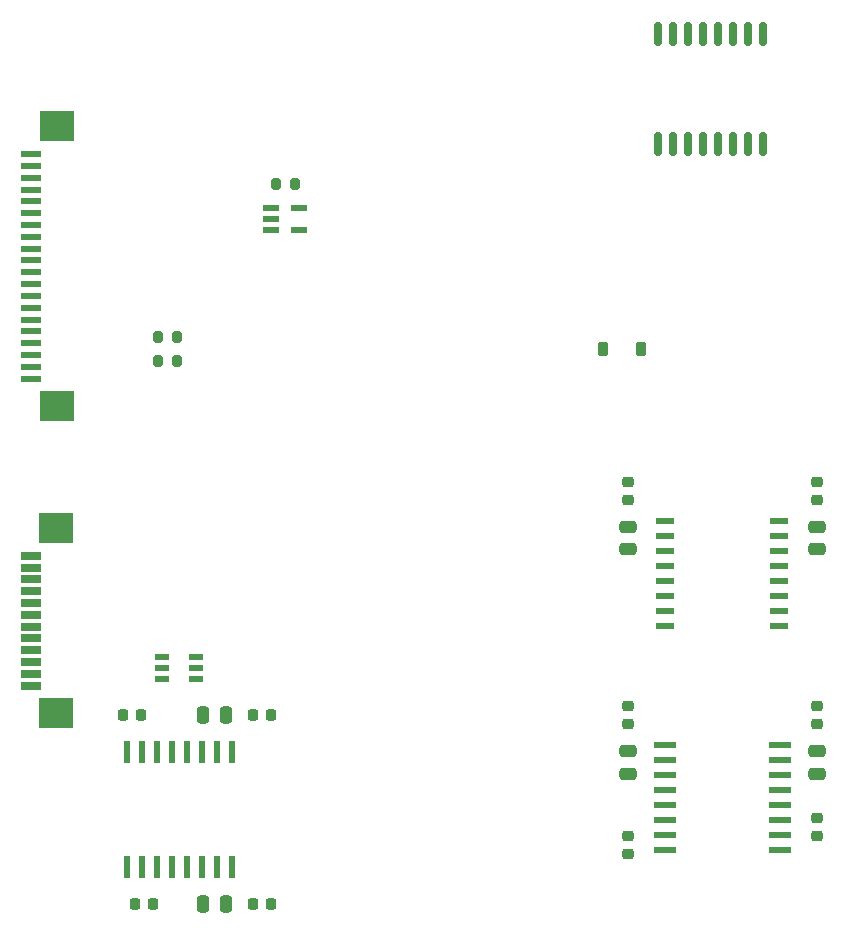
<source format=gbr>
%TF.GenerationSoftware,KiCad,Pcbnew,9.0.5*%
%TF.CreationDate,2025-10-31T11:51:33+03:00*%
%TF.ProjectId,PMCPU-LLP,504d4350-552d-44c4-9c50-2e6b69636164,rev?*%
%TF.SameCoordinates,Original*%
%TF.FileFunction,Paste,Top*%
%TF.FilePolarity,Positive*%
%FSLAX46Y46*%
G04 Gerber Fmt 4.6, Leading zero omitted, Abs format (unit mm)*
G04 Created by KiCad (PCBNEW 9.0.5) date 2025-10-31 11:51:33*
%MOMM*%
%LPD*%
G01*
G04 APERTURE LIST*
G04 Aperture macros list*
%AMRoundRect*
0 Rectangle with rounded corners*
0 $1 Rounding radius*
0 $2 $3 $4 $5 $6 $7 $8 $9 X,Y pos of 4 corners*
0 Add a 4 corners polygon primitive as box body*
4,1,4,$2,$3,$4,$5,$6,$7,$8,$9,$2,$3,0*
0 Add four circle primitives for the rounded corners*
1,1,$1+$1,$2,$3*
1,1,$1+$1,$4,$5*
1,1,$1+$1,$6,$7*
1,1,$1+$1,$8,$9*
0 Add four rect primitives between the rounded corners*
20,1,$1+$1,$2,$3,$4,$5,0*
20,1,$1+$1,$4,$5,$6,$7,0*
20,1,$1+$1,$6,$7,$8,$9,0*
20,1,$1+$1,$8,$9,$2,$3,0*%
G04 Aperture macros list end*
%ADD10RoundRect,0.225000X0.225000X0.375000X-0.225000X0.375000X-0.225000X-0.375000X0.225000X-0.375000X0*%
%ADD11R,1.181100X0.558800*%
%ADD12RoundRect,0.200000X0.200000X0.275000X-0.200000X0.275000X-0.200000X-0.275000X0.200000X-0.275000X0*%
%ADD13RoundRect,0.250000X-0.475000X0.250000X-0.475000X-0.250000X0.475000X-0.250000X0.475000X0.250000X0*%
%ADD14RoundRect,0.225000X-0.250000X0.225000X-0.250000X-0.225000X0.250000X-0.225000X0.250000X0.225000X0*%
%ADD15RoundRect,0.225000X0.250000X-0.225000X0.250000X0.225000X-0.250000X0.225000X-0.250000X-0.225000X0*%
%ADD16RoundRect,0.250000X0.250000X0.475000X-0.250000X0.475000X-0.250000X-0.475000X0.250000X-0.475000X0*%
%ADD17RoundRect,0.225000X0.225000X0.250000X-0.225000X0.250000X-0.225000X-0.250000X0.225000X-0.250000X0*%
%ADD18R,1.854200X0.482600*%
%ADD19R,1.320800X0.558800*%
%ADD20R,1.803400X0.635000*%
%ADD21R,2.997200X2.590800*%
%ADD22R,1.800000X0.600000*%
%ADD23R,3.000000X2.600000*%
%ADD24RoundRect,0.225000X-0.225000X-0.250000X0.225000X-0.250000X0.225000X0.250000X-0.225000X0.250000X0*%
%ADD25R,1.549400X0.482600*%
%ADD26RoundRect,0.150000X0.150000X-0.875000X0.150000X0.875000X-0.150000X0.875000X-0.150000X-0.875000X0*%
%ADD27R,0.482600X1.854200*%
G04 APERTURE END LIST*
D10*
%TO.C,D1*%
X15150000Y13000000D03*
X11850000Y13000000D03*
%TD*%
D11*
%TO.C,U7*%
X-22533150Y-14950001D03*
X-22533150Y-14000000D03*
X-22533150Y-13049999D03*
X-25466850Y-13049999D03*
X-25466850Y-14000000D03*
X-25466850Y-14950001D03*
%TD*%
D12*
%TO.C,R10*%
X-24175000Y14000000D03*
X-25825000Y14000000D03*
%TD*%
D13*
%TO.C,C4*%
X30000000Y-21050000D03*
X30000000Y-22950000D03*
%TD*%
D14*
%TO.C,C8*%
X30000000Y-26705000D03*
X30000000Y-28255000D03*
%TD*%
D15*
%TO.C,C7*%
X30000000Y-18775000D03*
X30000000Y-17225000D03*
%TD*%
D14*
%TO.C,C15*%
X14000000Y-28225000D03*
X14000000Y-29775000D03*
%TD*%
D16*
%TO.C,C6*%
X-20050000Y-34000000D03*
X-21950000Y-34000000D03*
%TD*%
D13*
%TO.C,C13*%
X14000000Y-21050000D03*
X14000000Y-22950000D03*
%TD*%
D16*
%TO.C,C5*%
X-20050000Y-18000000D03*
X-21950000Y-18000000D03*
%TD*%
D17*
%TO.C,C3*%
X-27225000Y-18000000D03*
X-28775000Y-18000000D03*
%TD*%
D12*
%TO.C,R9*%
X-24175000Y12000000D03*
X-25825000Y12000000D03*
%TD*%
D18*
%TO.C,U5*%
X17123200Y-20555000D03*
X17123200Y-21825000D03*
X17123200Y-23095000D03*
X17123200Y-24365000D03*
X17123200Y-25635000D03*
X17123200Y-26905000D03*
X17123200Y-28175000D03*
X17123200Y-29445000D03*
X26876800Y-29445000D03*
X26876800Y-28175000D03*
X26876800Y-26905000D03*
X26876800Y-25635000D03*
X26876800Y-24365000D03*
X26876800Y-23095000D03*
X26876800Y-21825000D03*
X26876800Y-20555000D03*
%TD*%
D17*
%TO.C,C9*%
X-26225000Y-34000000D03*
X-27775000Y-34000000D03*
%TD*%
D19*
%TO.C,CR1*%
X-16193800Y24950001D03*
X-16193800Y24000000D03*
X-16193800Y23049999D03*
X-13806200Y23049999D03*
X-13806200Y24950001D03*
%TD*%
D20*
%TO.C,J7*%
X-36556000Y-15499992D03*
X-36556000Y-14499994D03*
X-36556000Y-13499996D03*
X-36556000Y-12499998D03*
X-36556000Y-11500000D03*
X-36556000Y-10500000D03*
X-36556000Y-9500000D03*
X-36556000Y-8500000D03*
X-36556000Y-7500002D03*
X-36556000Y-6500004D03*
X-36556000Y-5500006D03*
X-36556000Y-4500008D03*
D21*
X-34385999Y-17850003D03*
X-34385999Y-2149997D03*
%TD*%
D22*
%TO.C,JM1*%
X-36546000Y10500000D03*
X-36546000Y11500000D03*
X-36546000Y12500000D03*
X-36546000Y13500000D03*
X-36546000Y14500000D03*
X-36546000Y15500000D03*
X-36546000Y16500000D03*
X-36546000Y17500000D03*
X-36546000Y18500000D03*
X-36546000Y19500000D03*
X-36546000Y20500000D03*
X-36546000Y21500000D03*
X-36546000Y22500000D03*
X-36546000Y23500000D03*
X-36546000Y24500000D03*
X-36546000Y25500000D03*
X-36546000Y26500000D03*
X-36546000Y27500000D03*
X-36546000Y28500000D03*
X-36546000Y29500000D03*
D23*
X-34375000Y8150000D03*
X-34375000Y31850000D03*
%TD*%
D24*
%TO.C,C2*%
X-17775000Y-18000000D03*
X-16225000Y-18000000D03*
%TD*%
D13*
%TO.C,C19*%
X14000000Y-2050000D03*
X14000000Y-3950000D03*
%TD*%
D12*
%TO.C,R11*%
X-14175000Y27000000D03*
X-15825000Y27000000D03*
%TD*%
D13*
%TO.C,C17*%
X30000000Y-2050000D03*
X30000000Y-3950000D03*
%TD*%
D15*
%TO.C,C18*%
X14000000Y225000D03*
X14000000Y1775000D03*
%TD*%
D25*
%TO.C,U8*%
X17174000Y-1555000D03*
X17174000Y-2825000D03*
X17174000Y-4095000D03*
X17174000Y-5365000D03*
X17174000Y-6635000D03*
X17174000Y-7905000D03*
X17174000Y-9175000D03*
X17174000Y-10445000D03*
X26826000Y-10445000D03*
X26826000Y-9175000D03*
X26826000Y-7905000D03*
X26826000Y-6635000D03*
X26826000Y-5365000D03*
X26826000Y-4095000D03*
X26826000Y-2825000D03*
X26826000Y-1555000D03*
%TD*%
D26*
%TO.C,U6*%
X16555000Y30350000D03*
X17825000Y30350000D03*
X19095000Y30350000D03*
X20365000Y30350000D03*
X21635000Y30350000D03*
X22905000Y30350000D03*
X24175000Y30350000D03*
X25445000Y30350000D03*
X25445000Y39650000D03*
X24175000Y39650000D03*
X22905000Y39650000D03*
X21635000Y39650000D03*
X20365000Y39650000D03*
X19095000Y39650000D03*
X17825000Y39650000D03*
X16555000Y39650000D03*
%TD*%
D24*
%TO.C,C10*%
X-17775000Y-34000000D03*
X-16225000Y-34000000D03*
%TD*%
D15*
%TO.C,C14*%
X14000000Y-18775000D03*
X14000000Y-17225000D03*
%TD*%
D27*
%TO.C,U1*%
X-19555000Y-21123200D03*
X-20825000Y-21123200D03*
X-22095000Y-21123200D03*
X-23365000Y-21123200D03*
X-24635000Y-21123200D03*
X-25905000Y-21123200D03*
X-27175000Y-21123200D03*
X-28445000Y-21123200D03*
X-28445000Y-30876800D03*
X-27175000Y-30876800D03*
X-25905000Y-30876800D03*
X-24635000Y-30876800D03*
X-23365000Y-30876800D03*
X-22095000Y-30876800D03*
X-20825000Y-30876800D03*
X-19555000Y-30876800D03*
%TD*%
D15*
%TO.C,C16*%
X30000000Y225000D03*
X30000000Y1775000D03*
%TD*%
M02*

</source>
